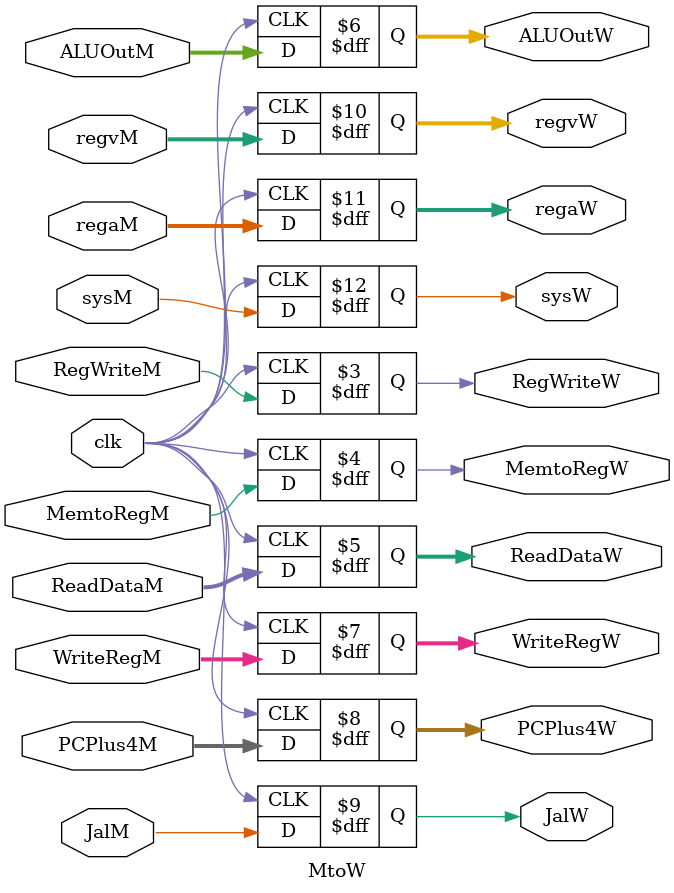
<source format=v>
module MtoW(clk, RegWriteM, MemtoRegM, ReadDataM, ALUOutM, WriteRegM, PCPlus4M, JalM, sysM, regvM, regaM, RegWriteW, MemtoRegW, ReadDataW, ALUOutW, WriteRegW, PCPlus4W, JalW, sysW, regvW, regaW); 

    input clk;
    input RegWriteM;
    input MemtoRegM;
    input [31:0] ReadDataM;
    input [31:0] ALUOutM;
    input [4:0] WriteRegM;
    input [31:0] PCPlus4M;
    input JalM;
    input [31:0] regvM;
    input [31:0] regaM;
    input sysM;

    output reg RegWriteW;
    output reg MemtoRegW;
    output reg [31:0] ReadDataW;
    output reg [31:0] ALUOutW;
    output reg [4:0] WriteRegW;
    output reg [31:0] PCPlus4W;
    output reg JalW;
    output reg [31:0] regvW;
    output reg [31:0] regaW;
    output reg sysW;

    initial begin 
        RegWriteW = 0;
        MemtoRegW = 0;
        ReadDataW = 0;
        ALUOutW = 0;
        WriteRegW = 0;
        PCPlus4W = 0;
        JalW = 0;
		regvW = 0;
        regaW = 0;
        sysW = 0;
    end 

    always@(posedge clk)
    begin      
        RegWriteW <= RegWriteM;
        MemtoRegW <= MemtoRegM;
        ReadDataW <= ReadDataM;
        ALUOutW <= ALUOutM;
        WriteRegW <= WriteRegM;
        PCPlus4W <= PCPlus4M;
        JalW <= JalM;
		regvW <= regvM;
        regaW <= regaM;
        sysW <= sysM;
    end

endmodule

</source>
